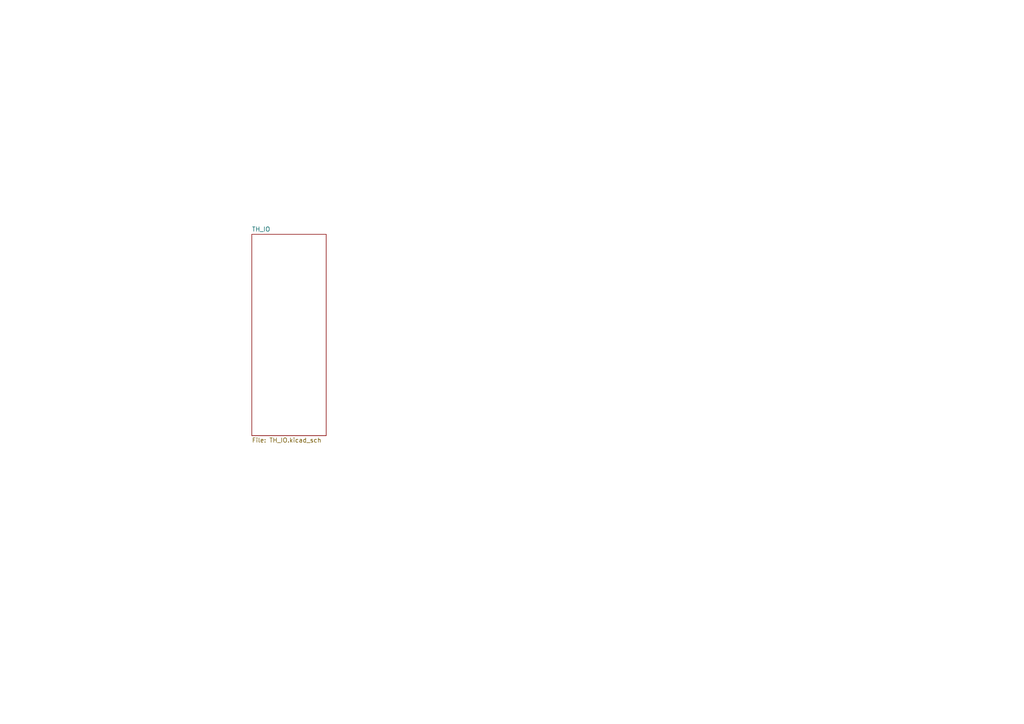
<source format=kicad_sch>
(kicad_sch
	(version 20250114)
	(generator "eeschema")
	(generator_version "9.0")
	(uuid "68012dc4-ff9f-47ea-a272-4c198c6ece83")
	(paper "A4")
	(lib_symbols)
	(sheet
		(at 73.025 67.945)
		(size 21.59 58.42)
		(exclude_from_sim no)
		(in_bom yes)
		(on_board yes)
		(dnp no)
		(fields_autoplaced yes)
		(stroke
			(width 0.1524)
			(type solid)
		)
		(fill
			(color 0 0 0 0.0000)
		)
		(uuid "22c9496a-aa72-4b38-b7e5-3f5fbd188317")
		(property "Sheetname" "TH_IO"
			(at 73.025 67.2334 0)
			(effects
				(font
					(size 1.27 1.27)
				)
				(justify left bottom)
			)
		)
		(property "Sheetfile" "TH_IO.kicad_sch"
			(at 73.025 126.9496 0)
			(effects
				(font
					(size 1.27 1.27)
				)
				(justify left top)
			)
		)
		(instances
			(project "A1K_TH"
				(path "/68012dc4-ff9f-47ea-a272-4c198c6ece83"
					(page "2")
				)
			)
		)
	)
	(sheet_instances
		(path "/"
			(page "1")
		)
	)
	(embedded_fonts no)
)

</source>
